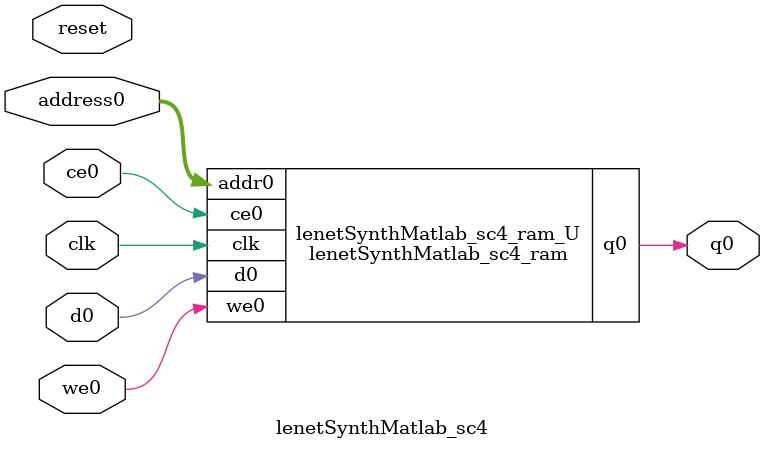
<source format=v>

`timescale 1 ns / 1 ps
module lenetSynthMatlab_sc4_ram (addr0, ce0, d0, we0, q0,  clk);

parameter DWIDTH = 1;
parameter AWIDTH = 9;
parameter MEM_SIZE = 400;

input[AWIDTH-1:0] addr0;
input ce0;
input[DWIDTH-1:0] d0;
input we0;
output reg[DWIDTH-1:0] q0;
input clk;

(* ram_style = "distributed" *)reg [DWIDTH-1:0] ram[0:MEM_SIZE-1];




always @(posedge clk)  
begin 
    if (ce0) 
    begin
        if (we0) 
        begin 
            ram[addr0] <= d0; 
            q0 <= d0;
        end 
        else 
            q0 <= ram[addr0];
    end
end


endmodule


`timescale 1 ns / 1 ps
module lenetSynthMatlab_sc4(
    reset,
    clk,
    address0,
    ce0,
    we0,
    d0,
    q0);

parameter DataWidth = 32'd1;
parameter AddressRange = 32'd400;
parameter AddressWidth = 32'd9;
input reset;
input clk;
input[AddressWidth - 1:0] address0;
input ce0;
input we0;
input[DataWidth - 1:0] d0;
output[DataWidth - 1:0] q0;



lenetSynthMatlab_sc4_ram lenetSynthMatlab_sc4_ram_U(
    .clk( clk ),
    .addr0( address0 ),
    .ce0( ce0 ),
    .we0( we0 ),
    .d0( d0 ),
    .q0( q0 ));

endmodule


</source>
